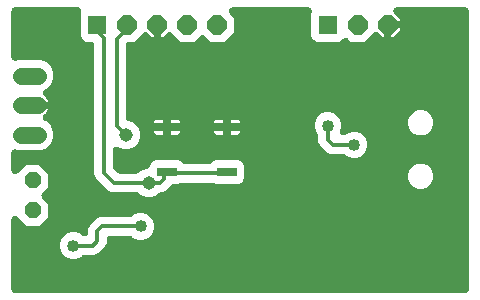
<source format=gbr>
G04 EAGLE Gerber RS-274X export*
G75*
%MOMM*%
%FSLAX34Y34*%
%LPD*%
%INBottom Copper*%
%IPPOS*%
%AMOC8*
5,1,8,0,0,1.08239X$1,22.5*%
G01*
%ADD10C,1.422400*%
%ADD11R,1.625600X1.625600*%
%ADD12P,1.759533X8X112.500000*%
%ADD13R,1.651000X0.762000*%
%ADD14P,1.539592X8X292.500000*%
%ADD15C,1.016000*%
%ADD16C,0.355600*%
%ADD17C,1.143000*%

G36*
X591896Y171253D02*
X591896Y171253D01*
X591972Y171251D01*
X592141Y171273D01*
X592312Y171287D01*
X592386Y171305D01*
X592461Y171315D01*
X592625Y171364D01*
X592791Y171405D01*
X592860Y171435D01*
X592934Y171457D01*
X593087Y171533D01*
X593244Y171600D01*
X593308Y171641D01*
X593377Y171674D01*
X593516Y171773D01*
X593660Y171865D01*
X593717Y171916D01*
X593779Y171960D01*
X593900Y172080D01*
X594028Y172194D01*
X594076Y172253D01*
X594130Y172307D01*
X594231Y172445D01*
X594338Y172578D01*
X594375Y172644D01*
X594420Y172705D01*
X594497Y172858D01*
X594582Y173006D01*
X594608Y173078D01*
X594643Y173146D01*
X594694Y173309D01*
X594753Y173469D01*
X594768Y173544D01*
X594791Y173616D01*
X594803Y173721D01*
X594848Y173953D01*
X594855Y174189D01*
X594867Y174294D01*
X594867Y409906D01*
X594861Y409982D01*
X594863Y410058D01*
X594841Y410227D01*
X594827Y410398D01*
X594809Y410472D01*
X594799Y410547D01*
X594750Y410711D01*
X594709Y410877D01*
X594679Y410946D01*
X594657Y411020D01*
X594581Y411173D01*
X594514Y411330D01*
X594473Y411394D01*
X594440Y411463D01*
X594341Y411602D01*
X594249Y411746D01*
X594198Y411803D01*
X594154Y411865D01*
X594034Y411986D01*
X593920Y412114D01*
X593861Y412162D01*
X593807Y412216D01*
X593669Y412317D01*
X593536Y412424D01*
X593470Y412461D01*
X593409Y412506D01*
X593256Y412583D01*
X593108Y412668D01*
X593036Y412694D01*
X592968Y412729D01*
X592805Y412780D01*
X592645Y412839D01*
X592570Y412854D01*
X592498Y412877D01*
X592393Y412889D01*
X592161Y412934D01*
X591925Y412941D01*
X591820Y412953D01*
X534051Y412953D01*
X534013Y412950D01*
X533975Y412952D01*
X533767Y412930D01*
X533560Y412913D01*
X533523Y412904D01*
X533485Y412900D01*
X533283Y412845D01*
X533081Y412795D01*
X533046Y412780D01*
X533009Y412769D01*
X532819Y412682D01*
X532627Y412600D01*
X532595Y412580D01*
X532561Y412564D01*
X532387Y412447D01*
X532211Y412335D01*
X532183Y412310D01*
X532151Y412288D01*
X531999Y412145D01*
X531843Y412006D01*
X531819Y411977D01*
X531792Y411951D01*
X531664Y411785D01*
X531533Y411622D01*
X531515Y411589D01*
X531491Y411559D01*
X531393Y411375D01*
X531289Y411194D01*
X531276Y411158D01*
X531258Y411124D01*
X531190Y410927D01*
X531118Y410731D01*
X531111Y410694D01*
X531098Y410658D01*
X531063Y410451D01*
X531023Y410247D01*
X531022Y410209D01*
X531016Y410171D01*
X531014Y409962D01*
X531008Y409754D01*
X531013Y409716D01*
X531013Y409678D01*
X531045Y409471D01*
X531072Y409265D01*
X531083Y409228D01*
X531089Y409191D01*
X531154Y408992D01*
X531215Y408793D01*
X531232Y408758D01*
X531243Y408722D01*
X531340Y408537D01*
X531432Y408349D01*
X531454Y408318D01*
X531471Y408284D01*
X531529Y408212D01*
X531717Y407947D01*
X531838Y407825D01*
X531897Y407751D01*
X536957Y402691D01*
X536957Y401319D01*
X526288Y401319D01*
X526212Y401313D01*
X526136Y401316D01*
X525967Y401293D01*
X525797Y401279D01*
X525723Y401261D01*
X525647Y401251D01*
X525483Y401202D01*
X525318Y401161D01*
X525248Y401131D01*
X525175Y401109D01*
X525021Y401034D01*
X524864Y400966D01*
X524800Y400925D01*
X524732Y400892D01*
X524592Y400793D01*
X524448Y400701D01*
X524392Y400650D01*
X524329Y400606D01*
X524208Y400486D01*
X524080Y400372D01*
X524032Y400313D01*
X523978Y400259D01*
X523877Y400121D01*
X523770Y399988D01*
X523732Y399922D01*
X523687Y399860D01*
X523611Y399708D01*
X523526Y399559D01*
X523499Y399488D01*
X523465Y399420D01*
X523414Y399257D01*
X523354Y399097D01*
X523340Y399022D01*
X523317Y398949D01*
X523305Y398845D01*
X523260Y398613D01*
X523252Y398377D01*
X523241Y398272D01*
X523241Y387603D01*
X521869Y387603D01*
X518257Y391215D01*
X518199Y391264D01*
X518147Y391320D01*
X518012Y391424D01*
X517881Y391534D01*
X517816Y391574D01*
X517756Y391620D01*
X517605Y391701D01*
X517459Y391789D01*
X517388Y391817D01*
X517321Y391853D01*
X517159Y391909D01*
X517001Y391972D01*
X516926Y391989D01*
X516854Y392013D01*
X516686Y392042D01*
X516519Y392079D01*
X516443Y392083D01*
X516368Y392096D01*
X516197Y392097D01*
X516026Y392107D01*
X515951Y392098D01*
X515874Y392099D01*
X515705Y392072D01*
X515536Y392054D01*
X515463Y392034D01*
X515387Y392022D01*
X515225Y391969D01*
X515060Y391924D01*
X514991Y391892D01*
X514919Y391868D01*
X514767Y391789D01*
X514612Y391718D01*
X514548Y391675D01*
X514481Y391640D01*
X514399Y391575D01*
X514202Y391443D01*
X514030Y391281D01*
X513948Y391215D01*
X506780Y384047D01*
X494996Y384047D01*
X492723Y386320D01*
X492665Y386369D01*
X492613Y386425D01*
X492478Y386528D01*
X492347Y386639D01*
X492282Y386679D01*
X492222Y386725D01*
X492071Y386806D01*
X491925Y386894D01*
X491854Y386922D01*
X491787Y386958D01*
X491625Y387014D01*
X491467Y387077D01*
X491392Y387093D01*
X491320Y387118D01*
X491152Y387147D01*
X490985Y387184D01*
X490909Y387188D01*
X490834Y387201D01*
X490663Y387202D01*
X490493Y387211D01*
X490417Y387203D01*
X490341Y387204D01*
X490172Y387177D01*
X490002Y387159D01*
X489929Y387139D01*
X489853Y387127D01*
X489691Y387074D01*
X489526Y387029D01*
X489457Y386997D01*
X489385Y386973D01*
X489233Y386894D01*
X489078Y386823D01*
X489015Y386780D01*
X488947Y386745D01*
X488865Y386679D01*
X488669Y386547D01*
X488496Y386386D01*
X488414Y386320D01*
X487069Y384975D01*
X484829Y384047D01*
X466147Y384047D01*
X463906Y384975D01*
X462191Y386690D01*
X461263Y388931D01*
X461263Y407613D01*
X461730Y408740D01*
X461786Y408912D01*
X461848Y409081D01*
X461861Y409146D01*
X461881Y409209D01*
X461908Y409388D01*
X461943Y409565D01*
X461945Y409631D01*
X461955Y409697D01*
X461953Y409878D01*
X461958Y410058D01*
X461950Y410124D01*
X461949Y410191D01*
X461917Y410368D01*
X461894Y410547D01*
X461875Y410611D01*
X461863Y410676D01*
X461804Y410847D01*
X461751Y411020D01*
X461722Y411079D01*
X461700Y411142D01*
X461614Y411300D01*
X461535Y411463D01*
X461496Y411517D01*
X461464Y411575D01*
X461353Y411718D01*
X461249Y411865D01*
X461202Y411912D01*
X461162Y411965D01*
X461029Y412088D01*
X460902Y412216D01*
X460849Y412255D01*
X460800Y412300D01*
X460649Y412400D01*
X460504Y412506D01*
X460444Y412536D01*
X460389Y412573D01*
X460224Y412647D01*
X460063Y412729D01*
X460000Y412749D01*
X459939Y412776D01*
X459765Y412823D01*
X459593Y412877D01*
X459540Y412883D01*
X459463Y412904D01*
X458972Y412953D01*
X458938Y412951D01*
X458915Y412953D01*
X394808Y412953D01*
X394770Y412950D01*
X394732Y412952D01*
X394524Y412930D01*
X394317Y412913D01*
X394279Y412904D01*
X394242Y412900D01*
X394040Y412845D01*
X393838Y412795D01*
X393803Y412780D01*
X393766Y412769D01*
X393576Y412682D01*
X393384Y412600D01*
X393352Y412580D01*
X393317Y412564D01*
X393144Y412447D01*
X392968Y412335D01*
X392940Y412310D01*
X392908Y412288D01*
X392756Y412145D01*
X392600Y412006D01*
X392576Y411977D01*
X392549Y411951D01*
X392421Y411784D01*
X392290Y411622D01*
X392272Y411590D01*
X392248Y411559D01*
X392149Y411375D01*
X392046Y411194D01*
X392033Y411158D01*
X392015Y411124D01*
X391947Y410927D01*
X391875Y410731D01*
X391868Y410694D01*
X391855Y410658D01*
X391820Y410451D01*
X391780Y410247D01*
X391779Y410209D01*
X391773Y410171D01*
X391771Y409962D01*
X391765Y409754D01*
X391770Y409716D01*
X391770Y409678D01*
X391802Y409471D01*
X391829Y409265D01*
X391840Y409228D01*
X391846Y409191D01*
X391911Y408992D01*
X391972Y408793D01*
X391988Y408758D01*
X392000Y408722D01*
X392097Y408537D01*
X392189Y408349D01*
X392211Y408318D01*
X392228Y408284D01*
X392286Y408212D01*
X392474Y407947D01*
X392595Y407825D01*
X392654Y407751D01*
X396241Y404164D01*
X396241Y392380D01*
X387908Y384047D01*
X376124Y384047D01*
X371471Y388700D01*
X371413Y388750D01*
X371360Y388805D01*
X371225Y388909D01*
X371095Y389020D01*
X371029Y389059D01*
X370969Y389106D01*
X370819Y389186D01*
X370672Y389275D01*
X370601Y389303D01*
X370534Y389339D01*
X370373Y389394D01*
X370214Y389458D01*
X370140Y389474D01*
X370068Y389499D01*
X369899Y389527D01*
X369732Y389564D01*
X369656Y389569D01*
X369581Y389581D01*
X369410Y389582D01*
X369240Y389592D01*
X369164Y389584D01*
X369088Y389584D01*
X368919Y389558D01*
X368749Y389540D01*
X368676Y389520D01*
X368601Y389508D01*
X368438Y389454D01*
X368274Y389409D01*
X368204Y389377D01*
X368132Y389354D01*
X367981Y389275D01*
X367825Y389203D01*
X367762Y389161D01*
X367694Y389126D01*
X367612Y389060D01*
X367416Y388928D01*
X367244Y388766D01*
X367161Y388700D01*
X362508Y384047D01*
X350724Y384047D01*
X343556Y391215D01*
X343498Y391264D01*
X343446Y391320D01*
X343310Y391424D01*
X343180Y391534D01*
X343115Y391574D01*
X343055Y391620D01*
X342904Y391701D01*
X342758Y391789D01*
X342687Y391817D01*
X342620Y391853D01*
X342458Y391909D01*
X342300Y391972D01*
X342225Y391989D01*
X342153Y392013D01*
X341985Y392042D01*
X341818Y392079D01*
X341742Y392083D01*
X341667Y392096D01*
X341496Y392097D01*
X341325Y392107D01*
X341250Y392098D01*
X341173Y392099D01*
X341004Y392072D01*
X340835Y392054D01*
X340762Y392034D01*
X340686Y392022D01*
X340524Y391969D01*
X340359Y391924D01*
X340290Y391892D01*
X340218Y391868D01*
X340066Y391789D01*
X339911Y391718D01*
X339848Y391675D01*
X339780Y391640D01*
X339698Y391575D01*
X339501Y391443D01*
X339329Y391281D01*
X339247Y391215D01*
X335635Y387603D01*
X334263Y387603D01*
X334263Y398272D01*
X334257Y398348D01*
X334260Y398424D01*
X334237Y398593D01*
X334223Y398763D01*
X334205Y398837D01*
X334195Y398913D01*
X334146Y399077D01*
X334105Y399242D01*
X334075Y399312D01*
X334053Y399385D01*
X333978Y399539D01*
X333910Y399696D01*
X333869Y399760D01*
X333836Y399828D01*
X333737Y399968D01*
X333645Y400112D01*
X333594Y400168D01*
X333550Y400231D01*
X333430Y400352D01*
X333316Y400480D01*
X333257Y400527D01*
X333204Y400582D01*
X333065Y400682D01*
X332933Y400789D01*
X332866Y400827D01*
X332805Y400872D01*
X332652Y400949D01*
X332504Y401033D01*
X332432Y401060D01*
X332364Y401094D01*
X332202Y401146D01*
X332041Y401205D01*
X331967Y401220D01*
X331894Y401243D01*
X331789Y401254D01*
X331557Y401300D01*
X331321Y401307D01*
X331216Y401319D01*
X331140Y401313D01*
X331064Y401315D01*
X330894Y401293D01*
X330724Y401279D01*
X330650Y401261D01*
X330575Y401251D01*
X330411Y401201D01*
X330245Y401160D01*
X330175Y401130D01*
X330102Y401108D01*
X329949Y401033D01*
X329792Y400966D01*
X329728Y400925D01*
X329659Y400891D01*
X329520Y400792D01*
X329376Y400701D01*
X329319Y400650D01*
X329257Y400606D01*
X329135Y400486D01*
X329008Y400372D01*
X328960Y400313D01*
X328906Y400259D01*
X328805Y400121D01*
X328698Y399988D01*
X328660Y399922D01*
X328615Y399860D01*
X328539Y399708D01*
X328454Y399559D01*
X328427Y399488D01*
X328393Y399420D01*
X328342Y399257D01*
X328282Y399097D01*
X328268Y399022D01*
X328245Y398949D01*
X328233Y398845D01*
X328188Y398613D01*
X328180Y398377D01*
X328169Y398272D01*
X328169Y387603D01*
X326797Y387603D01*
X323185Y391215D01*
X323127Y391264D01*
X323075Y391320D01*
X322940Y391424D01*
X322809Y391534D01*
X322744Y391574D01*
X322684Y391620D01*
X322533Y391701D01*
X322387Y391789D01*
X322316Y391817D01*
X322249Y391853D01*
X322087Y391909D01*
X321929Y391972D01*
X321854Y391989D01*
X321782Y392013D01*
X321614Y392042D01*
X321447Y392079D01*
X321371Y392083D01*
X321296Y392096D01*
X321125Y392097D01*
X320954Y392107D01*
X320879Y392098D01*
X320802Y392099D01*
X320633Y392072D01*
X320464Y392054D01*
X320391Y392034D01*
X320315Y392022D01*
X320153Y391969D01*
X319988Y391924D01*
X319919Y391892D01*
X319847Y391868D01*
X319695Y391789D01*
X319540Y391718D01*
X319476Y391675D01*
X319409Y391640D01*
X319327Y391575D01*
X319130Y391443D01*
X318958Y391281D01*
X318876Y391215D01*
X311708Y384047D01*
X307594Y384047D01*
X307518Y384041D01*
X307442Y384043D01*
X307273Y384021D01*
X307102Y384007D01*
X307028Y383989D01*
X306953Y383979D01*
X306789Y383930D01*
X306623Y383889D01*
X306554Y383859D01*
X306480Y383837D01*
X306327Y383761D01*
X306170Y383694D01*
X306106Y383653D01*
X306037Y383620D01*
X305898Y383521D01*
X305754Y383429D01*
X305697Y383378D01*
X305635Y383334D01*
X305514Y383214D01*
X305386Y383100D01*
X305338Y383041D01*
X305284Y382987D01*
X305183Y382849D01*
X305076Y382716D01*
X305039Y382650D01*
X304994Y382589D01*
X304917Y382436D01*
X304832Y382288D01*
X304806Y382216D01*
X304771Y382148D01*
X304720Y381985D01*
X304661Y381825D01*
X304646Y381750D01*
X304623Y381678D01*
X304611Y381573D01*
X304566Y381341D01*
X304559Y381105D01*
X304547Y381000D01*
X304547Y319659D01*
X304553Y319583D01*
X304551Y319507D01*
X304573Y319338D01*
X304587Y319167D01*
X304605Y319093D01*
X304615Y319018D01*
X304664Y318854D01*
X304705Y318688D01*
X304735Y318619D01*
X304757Y318545D01*
X304833Y318392D01*
X304900Y318235D01*
X304941Y318171D01*
X304974Y318102D01*
X305073Y317963D01*
X305165Y317819D01*
X305216Y317762D01*
X305260Y317700D01*
X305380Y317579D01*
X305494Y317451D01*
X305553Y317403D01*
X305607Y317349D01*
X305745Y317248D01*
X305878Y317141D01*
X305944Y317104D01*
X306005Y317059D01*
X306158Y316982D01*
X306306Y316897D01*
X306378Y316871D01*
X306446Y316836D01*
X306609Y316785D01*
X306769Y316726D01*
X306844Y316711D01*
X306916Y316688D01*
X306984Y316680D01*
X311491Y314814D01*
X314814Y311491D01*
X316612Y307150D01*
X316612Y302450D01*
X314814Y298109D01*
X311491Y294786D01*
X307150Y292988D01*
X302451Y292988D01*
X297838Y294899D01*
X297666Y294954D01*
X297497Y295017D01*
X297432Y295030D01*
X297369Y295050D01*
X297190Y295077D01*
X297013Y295112D01*
X296947Y295114D01*
X296881Y295124D01*
X296700Y295121D01*
X296520Y295127D01*
X296454Y295118D01*
X296387Y295117D01*
X296210Y295086D01*
X296031Y295063D01*
X295967Y295043D01*
X295902Y295032D01*
X295732Y294972D01*
X295558Y294920D01*
X295499Y294891D01*
X295436Y294869D01*
X295278Y294783D01*
X295115Y294703D01*
X295061Y294665D01*
X295003Y294633D01*
X294860Y294522D01*
X294713Y294418D01*
X294666Y294371D01*
X294613Y294330D01*
X294490Y294198D01*
X294362Y294071D01*
X294323Y294017D01*
X294278Y293968D01*
X294178Y293818D01*
X294072Y293672D01*
X294042Y293613D01*
X294005Y293557D01*
X293931Y293393D01*
X293849Y293232D01*
X293829Y293168D01*
X293802Y293108D01*
X293755Y292934D01*
X293701Y292761D01*
X293695Y292709D01*
X293674Y292631D01*
X293625Y292140D01*
X293627Y292107D01*
X293625Y292084D01*
X293625Y277574D01*
X293634Y277460D01*
X293633Y277346D01*
X293654Y277215D01*
X293665Y277082D01*
X293692Y276972D01*
X293710Y276859D01*
X293751Y276732D01*
X293783Y276604D01*
X293828Y276499D01*
X293864Y276390D01*
X293926Y276272D01*
X293978Y276150D01*
X294039Y276054D01*
X294092Y275953D01*
X294151Y275879D01*
X294243Y275734D01*
X294459Y275492D01*
X294517Y275419D01*
X296755Y273181D01*
X296842Y273107D01*
X296923Y273026D01*
X297030Y272948D01*
X297131Y272862D01*
X297229Y272803D01*
X297321Y272736D01*
X297440Y272676D01*
X297554Y272607D01*
X297660Y272565D01*
X297762Y272513D01*
X297889Y272473D01*
X298012Y272424D01*
X298123Y272399D01*
X298232Y272365D01*
X298326Y272355D01*
X298494Y272317D01*
X298818Y272299D01*
X298910Y272289D01*
X313758Y272289D01*
X313872Y272298D01*
X313986Y272297D01*
X314118Y272318D01*
X314250Y272329D01*
X314361Y272356D01*
X314474Y272374D01*
X314600Y272415D01*
X314729Y272447D01*
X314834Y272492D01*
X314942Y272528D01*
X315060Y272590D01*
X315182Y272642D01*
X315278Y272703D01*
X315380Y272756D01*
X315453Y272815D01*
X315598Y272907D01*
X315840Y273123D01*
X315913Y273181D01*
X317159Y274428D01*
X321500Y276226D01*
X321981Y276226D01*
X322199Y276243D01*
X322416Y276257D01*
X322444Y276263D01*
X322472Y276266D01*
X322685Y276318D01*
X322897Y276367D01*
X322924Y276378D01*
X322951Y276384D01*
X323152Y276471D01*
X323354Y276553D01*
X323378Y276568D01*
X323405Y276579D01*
X323589Y276696D01*
X323775Y276810D01*
X323797Y276829D01*
X323821Y276844D01*
X323983Y276989D01*
X324149Y277132D01*
X324167Y277154D01*
X324189Y277173D01*
X324325Y277342D01*
X324466Y277510D01*
X324478Y277531D01*
X324499Y277557D01*
X324743Y277985D01*
X324771Y278061D01*
X324796Y278107D01*
X325920Y280822D01*
X327635Y282537D01*
X329876Y283465D01*
X348812Y283465D01*
X351053Y282537D01*
X352280Y281309D01*
X352367Y281235D01*
X352447Y281154D01*
X352554Y281076D01*
X352656Y280990D01*
X352754Y280931D01*
X352846Y280864D01*
X352964Y280804D01*
X353078Y280735D01*
X353185Y280693D01*
X353286Y280641D01*
X353413Y280601D01*
X353536Y280552D01*
X353648Y280527D01*
X353757Y280493D01*
X353850Y280483D01*
X354018Y280445D01*
X354342Y280427D01*
X354435Y280417D01*
X375053Y280417D01*
X375167Y280426D01*
X375281Y280425D01*
X375413Y280446D01*
X375545Y280457D01*
X375656Y280484D01*
X375769Y280502D01*
X375895Y280543D01*
X376024Y280575D01*
X376129Y280620D01*
X376237Y280656D01*
X376355Y280718D01*
X376477Y280770D01*
X376574Y280831D01*
X376675Y280884D01*
X376749Y280943D01*
X376893Y281035D01*
X377136Y281251D01*
X377208Y281309D01*
X378435Y282537D01*
X380676Y283465D01*
X399612Y283465D01*
X401853Y282537D01*
X403568Y280822D01*
X404496Y278581D01*
X404496Y268535D01*
X403568Y266294D01*
X401853Y264579D01*
X399612Y263651D01*
X380676Y263651D01*
X378783Y264435D01*
X378774Y264438D01*
X378766Y264443D01*
X378538Y264515D01*
X378314Y264587D01*
X378304Y264588D01*
X378295Y264591D01*
X378255Y264595D01*
X377826Y264660D01*
X377695Y264658D01*
X377617Y264667D01*
X351871Y264667D01*
X351861Y264666D01*
X351851Y264667D01*
X351616Y264647D01*
X351379Y264627D01*
X351370Y264625D01*
X351360Y264624D01*
X351322Y264613D01*
X350900Y264509D01*
X350780Y264457D01*
X350705Y264435D01*
X348812Y263651D01*
X345138Y263651D01*
X345024Y263642D01*
X344910Y263643D01*
X344779Y263622D01*
X344646Y263611D01*
X344536Y263584D01*
X344423Y263566D01*
X344296Y263525D01*
X344168Y263493D01*
X344063Y263448D01*
X343954Y263412D01*
X343836Y263350D01*
X343714Y263298D01*
X343618Y263237D01*
X343517Y263184D01*
X343443Y263125D01*
X343298Y263033D01*
X343056Y262817D01*
X342983Y262759D01*
X337709Y257484D01*
X334814Y256285D01*
X333688Y256285D01*
X333574Y256276D01*
X333460Y256277D01*
X333328Y256256D01*
X333196Y256245D01*
X333085Y256218D01*
X332972Y256200D01*
X332846Y256159D01*
X332717Y256127D01*
X332612Y256082D01*
X332504Y256046D01*
X332386Y255984D01*
X332264Y255932D01*
X332168Y255871D01*
X332066Y255818D01*
X331993Y255759D01*
X331848Y255667D01*
X331606Y255451D01*
X331533Y255393D01*
X330541Y254400D01*
X326200Y252602D01*
X321500Y252602D01*
X317159Y254400D01*
X315913Y255647D01*
X315826Y255721D01*
X315746Y255802D01*
X315638Y255880D01*
X315537Y255966D01*
X315439Y256025D01*
X315347Y256092D01*
X315228Y256152D01*
X315114Y256221D01*
X315008Y256263D01*
X314906Y256315D01*
X314780Y256355D01*
X314656Y256404D01*
X314545Y256429D01*
X314436Y256463D01*
X314342Y256473D01*
X314175Y256511D01*
X313850Y256529D01*
X313758Y256539D01*
X292820Y256539D01*
X289925Y257738D01*
X279074Y268589D01*
X277875Y271484D01*
X277875Y381000D01*
X277869Y381076D01*
X277871Y381152D01*
X277849Y381321D01*
X277835Y381492D01*
X277817Y381566D01*
X277807Y381641D01*
X277758Y381805D01*
X277717Y381971D01*
X277687Y382040D01*
X277665Y382114D01*
X277589Y382267D01*
X277522Y382424D01*
X277481Y382488D01*
X277448Y382557D01*
X277349Y382696D01*
X277257Y382840D01*
X277206Y382897D01*
X277162Y382959D01*
X277042Y383080D01*
X276928Y383208D01*
X276869Y383256D01*
X276815Y383310D01*
X276677Y383411D01*
X276544Y383518D01*
X276478Y383555D01*
X276417Y383600D01*
X276264Y383677D01*
X276116Y383762D01*
X276044Y383788D01*
X275976Y383823D01*
X275813Y383874D01*
X275653Y383933D01*
X275578Y383948D01*
X275506Y383971D01*
X275401Y383983D01*
X275169Y384028D01*
X274933Y384035D01*
X274828Y384047D01*
X271075Y384047D01*
X268834Y384975D01*
X267119Y386690D01*
X266191Y388931D01*
X266191Y407613D01*
X266658Y408740D01*
X266714Y408912D01*
X266776Y409081D01*
X266789Y409146D01*
X266809Y409209D01*
X266836Y409388D01*
X266871Y409565D01*
X266873Y409631D01*
X266883Y409697D01*
X266881Y409878D01*
X266886Y410058D01*
X266878Y410124D01*
X266877Y410191D01*
X266845Y410368D01*
X266822Y410547D01*
X266803Y410611D01*
X266791Y410676D01*
X266732Y410847D01*
X266679Y411020D01*
X266650Y411079D01*
X266628Y411142D01*
X266542Y411300D01*
X266463Y411463D01*
X266424Y411517D01*
X266392Y411575D01*
X266281Y411718D01*
X266177Y411865D01*
X266130Y411912D01*
X266090Y411965D01*
X265957Y412088D01*
X265830Y412216D01*
X265777Y412255D01*
X265728Y412300D01*
X265577Y412400D01*
X265432Y412506D01*
X265372Y412536D01*
X265317Y412573D01*
X265152Y412647D01*
X264991Y412729D01*
X264928Y412749D01*
X264867Y412776D01*
X264693Y412823D01*
X264521Y412877D01*
X264468Y412883D01*
X264391Y412904D01*
X263900Y412953D01*
X263866Y412951D01*
X263843Y412953D01*
X210692Y412953D01*
X210616Y412947D01*
X210540Y412949D01*
X210371Y412927D01*
X210200Y412913D01*
X210126Y412895D01*
X210051Y412885D01*
X209887Y412836D01*
X209721Y412795D01*
X209652Y412765D01*
X209578Y412743D01*
X209425Y412667D01*
X209268Y412600D01*
X209204Y412559D01*
X209135Y412526D01*
X208996Y412427D01*
X208852Y412335D01*
X208795Y412284D01*
X208733Y412240D01*
X208612Y412120D01*
X208484Y412006D01*
X208436Y411947D01*
X208382Y411893D01*
X208281Y411755D01*
X208174Y411622D01*
X208137Y411556D01*
X208092Y411495D01*
X208015Y411342D01*
X207930Y411194D01*
X207904Y411122D01*
X207869Y411054D01*
X207818Y410891D01*
X207759Y410731D01*
X207744Y410656D01*
X207721Y410584D01*
X207709Y410479D01*
X207664Y410247D01*
X207657Y410011D01*
X207645Y409906D01*
X207645Y370760D01*
X207659Y370580D01*
X207666Y370400D01*
X207679Y370335D01*
X207685Y370269D01*
X207728Y370093D01*
X207764Y369917D01*
X207787Y369854D01*
X207803Y369790D01*
X207875Y369624D01*
X207938Y369455D01*
X207972Y369397D01*
X207998Y369336D01*
X208095Y369184D01*
X208185Y369028D01*
X208227Y368976D01*
X208263Y368920D01*
X208383Y368786D01*
X208498Y368646D01*
X208547Y368602D01*
X208592Y368552D01*
X208732Y368439D01*
X208867Y368320D01*
X208924Y368284D01*
X208976Y368242D01*
X209132Y368153D01*
X209285Y368057D01*
X209346Y368031D01*
X209404Y367998D01*
X209574Y367936D01*
X209740Y367866D01*
X209804Y367850D01*
X209867Y367827D01*
X210044Y367792D01*
X210219Y367750D01*
X210286Y367745D01*
X210351Y367732D01*
X210531Y367727D01*
X210711Y367713D01*
X210778Y367719D01*
X210844Y367717D01*
X211023Y367740D01*
X211203Y367756D01*
X211253Y367771D01*
X211333Y367781D01*
X211805Y367924D01*
X211836Y367939D01*
X211858Y367945D01*
X213007Y368421D01*
X232485Y368421D01*
X237340Y366410D01*
X241056Y362694D01*
X243067Y357839D01*
X243067Y352585D01*
X241056Y347730D01*
X237340Y344014D01*
X235962Y343443D01*
X235808Y343364D01*
X235651Y343293D01*
X235589Y343252D01*
X235523Y343218D01*
X235384Y343116D01*
X235240Y343020D01*
X235186Y342969D01*
X235126Y342925D01*
X235006Y342802D01*
X234879Y342684D01*
X234833Y342625D01*
X234782Y342572D01*
X234682Y342431D01*
X234576Y342294D01*
X234541Y342229D01*
X234499Y342168D01*
X234424Y342012D01*
X234341Y341860D01*
X234317Y341790D01*
X234285Y341724D01*
X234236Y341558D01*
X234179Y341394D01*
X234166Y341321D01*
X234145Y341250D01*
X234124Y341079D01*
X234094Y340908D01*
X234093Y340834D01*
X234084Y340761D01*
X234090Y340588D01*
X234088Y340415D01*
X234099Y340342D01*
X234102Y340268D01*
X234136Y340099D01*
X234162Y339927D01*
X234185Y339857D01*
X234200Y339784D01*
X234261Y339623D01*
X234314Y339458D01*
X234348Y339392D01*
X234374Y339323D01*
X234461Y339173D01*
X234540Y339019D01*
X234584Y338960D01*
X234621Y338896D01*
X234731Y338762D01*
X234834Y338623D01*
X234876Y338584D01*
X234934Y338514D01*
X235303Y338187D01*
X235324Y338174D01*
X235337Y338163D01*
X236146Y337575D01*
X237221Y336500D01*
X238114Y335271D01*
X238804Y333917D01*
X239017Y333259D01*
X222746Y333259D01*
X222670Y333253D01*
X222594Y333256D01*
X222425Y333233D01*
X222255Y333219D01*
X222181Y333201D01*
X222105Y333191D01*
X221941Y333142D01*
X221776Y333101D01*
X221706Y333071D01*
X221633Y333049D01*
X221479Y332974D01*
X221322Y332906D01*
X221258Y332865D01*
X221190Y332832D01*
X221050Y332733D01*
X220906Y332641D01*
X220850Y332590D01*
X220787Y332546D01*
X220666Y332426D01*
X220538Y332312D01*
X220491Y332253D01*
X220436Y332200D01*
X220336Y332061D01*
X220229Y331929D01*
X220191Y331862D01*
X220146Y331801D01*
X220069Y331648D01*
X219985Y331500D01*
X219958Y331428D01*
X219924Y331360D01*
X219872Y331198D01*
X219813Y331037D01*
X219798Y330963D01*
X219775Y330890D01*
X219764Y330785D01*
X219718Y330553D01*
X219711Y330317D01*
X219699Y330212D01*
X219705Y330136D01*
X219703Y330060D01*
X219725Y329890D01*
X219739Y329720D01*
X219757Y329646D01*
X219767Y329571D01*
X219817Y329407D01*
X219858Y329241D01*
X219888Y329171D01*
X219910Y329098D01*
X219985Y328945D01*
X220052Y328788D01*
X220093Y328724D01*
X220127Y328655D01*
X220226Y328516D01*
X220317Y328372D01*
X220368Y328315D01*
X220412Y328253D01*
X220532Y328131D01*
X220646Y328004D01*
X220705Y327956D01*
X220759Y327902D01*
X220897Y327801D01*
X221030Y327694D01*
X221096Y327656D01*
X221158Y327611D01*
X221310Y327535D01*
X221459Y327450D01*
X221530Y327423D01*
X221598Y327389D01*
X221761Y327338D01*
X221921Y327278D01*
X221996Y327264D01*
X222069Y327241D01*
X222173Y327229D01*
X222405Y327184D01*
X222641Y327176D01*
X222746Y327165D01*
X239017Y327165D01*
X238804Y326507D01*
X238114Y325153D01*
X237221Y323924D01*
X236146Y322849D01*
X235337Y322261D01*
X235206Y322149D01*
X235069Y322043D01*
X235019Y321988D01*
X234963Y321940D01*
X234851Y321808D01*
X234734Y321681D01*
X234693Y321619D01*
X234645Y321562D01*
X234557Y321414D01*
X234461Y321270D01*
X234430Y321202D01*
X234393Y321139D01*
X234329Y320978D01*
X234258Y320820D01*
X234239Y320748D01*
X234212Y320680D01*
X234175Y320511D01*
X234130Y320344D01*
X234123Y320270D01*
X234107Y320197D01*
X234099Y320025D01*
X234081Y319853D01*
X234086Y319779D01*
X234082Y319705D01*
X234101Y319533D01*
X234112Y319360D01*
X234129Y319288D01*
X234137Y319214D01*
X234183Y319048D01*
X234222Y318879D01*
X234250Y318811D01*
X234270Y318739D01*
X234343Y318583D01*
X234408Y318422D01*
X234447Y318359D01*
X234478Y318292D01*
X234575Y318149D01*
X234665Y318002D01*
X234714Y317945D01*
X234755Y317884D01*
X234874Y317759D01*
X234987Y317628D01*
X235044Y317580D01*
X235095Y317526D01*
X235233Y317422D01*
X235365Y317311D01*
X235416Y317282D01*
X235488Y317228D01*
X235924Y316997D01*
X235947Y316989D01*
X235962Y316981D01*
X237340Y316410D01*
X241056Y312694D01*
X243067Y307839D01*
X243067Y302585D01*
X241056Y297730D01*
X237340Y294014D01*
X232485Y292003D01*
X213007Y292003D01*
X211858Y292479D01*
X211687Y292534D01*
X211517Y292597D01*
X211452Y292610D01*
X211389Y292630D01*
X211210Y292657D01*
X211033Y292692D01*
X210967Y292694D01*
X210901Y292704D01*
X210720Y292702D01*
X210540Y292707D01*
X210474Y292698D01*
X210407Y292698D01*
X210230Y292666D01*
X210051Y292643D01*
X209987Y292623D01*
X209922Y292612D01*
X209751Y292552D01*
X209578Y292500D01*
X209519Y292471D01*
X209456Y292449D01*
X209298Y292363D01*
X209135Y292283D01*
X209081Y292245D01*
X209023Y292213D01*
X208880Y292102D01*
X208733Y291998D01*
X208686Y291951D01*
X208633Y291910D01*
X208510Y291778D01*
X208382Y291651D01*
X208343Y291597D01*
X208298Y291549D01*
X208198Y291398D01*
X208092Y291252D01*
X208062Y291193D01*
X208025Y291138D01*
X207951Y290973D01*
X207869Y290812D01*
X207849Y290748D01*
X207822Y290688D01*
X207775Y290514D01*
X207721Y290341D01*
X207715Y290289D01*
X207694Y290211D01*
X207645Y289720D01*
X207647Y289687D01*
X207645Y289664D01*
X207645Y274575D01*
X207648Y274537D01*
X207646Y274499D01*
X207668Y274292D01*
X207685Y274084D01*
X207694Y274047D01*
X207698Y274009D01*
X207753Y273808D01*
X207803Y273605D01*
X207818Y273570D01*
X207829Y273533D01*
X207916Y273343D01*
X207998Y273151D01*
X208018Y273119D01*
X208034Y273085D01*
X208151Y272911D01*
X208263Y272735D01*
X208288Y272707D01*
X208310Y272675D01*
X208453Y272523D01*
X208592Y272368D01*
X208621Y272344D01*
X208647Y272316D01*
X208813Y272189D01*
X208976Y272058D01*
X209009Y272039D01*
X209039Y272016D01*
X209223Y271917D01*
X209404Y271814D01*
X209440Y271800D01*
X209474Y271782D01*
X209671Y271715D01*
X209867Y271642D01*
X209904Y271635D01*
X209940Y271622D01*
X210147Y271587D01*
X210351Y271547D01*
X210389Y271546D01*
X210427Y271540D01*
X210636Y271538D01*
X210844Y271532D01*
X210882Y271537D01*
X210920Y271537D01*
X211127Y271569D01*
X211333Y271596D01*
X211370Y271607D01*
X211407Y271613D01*
X211606Y271679D01*
X211805Y271739D01*
X211840Y271756D01*
X211876Y271768D01*
X212061Y271864D01*
X212249Y271956D01*
X212280Y271978D01*
X212314Y271995D01*
X212386Y272053D01*
X212651Y272241D01*
X212773Y272362D01*
X212847Y272421D01*
X220335Y279909D01*
X231277Y279909D01*
X239015Y272171D01*
X239015Y261229D01*
X233941Y256155D01*
X233891Y256097D01*
X233836Y256045D01*
X233732Y255909D01*
X233621Y255779D01*
X233582Y255713D01*
X233536Y255653D01*
X233455Y255503D01*
X233367Y255356D01*
X233338Y255286D01*
X233302Y255218D01*
X233247Y255057D01*
X233184Y254898D01*
X233167Y254824D01*
X233142Y254752D01*
X233114Y254583D01*
X233077Y254417D01*
X233072Y254340D01*
X233060Y254265D01*
X233059Y254094D01*
X233049Y253924D01*
X233057Y253848D01*
X233057Y253772D01*
X233083Y253603D01*
X233101Y253433D01*
X233121Y253360D01*
X233133Y253285D01*
X233187Y253122D01*
X233232Y252958D01*
X233264Y252888D01*
X233288Y252816D01*
X233366Y252665D01*
X233438Y252509D01*
X233480Y252446D01*
X233515Y252378D01*
X233581Y252296D01*
X233713Y252100D01*
X233875Y251927D01*
X233941Y251845D01*
X239015Y246771D01*
X239015Y235829D01*
X231277Y228091D01*
X220335Y228091D01*
X212847Y235579D01*
X212818Y235604D01*
X212792Y235632D01*
X212630Y235763D01*
X212471Y235899D01*
X212438Y235919D01*
X212408Y235942D01*
X212227Y236046D01*
X212048Y236153D01*
X212013Y236168D01*
X211980Y236186D01*
X211784Y236259D01*
X211590Y236336D01*
X211553Y236345D01*
X211517Y236358D01*
X211312Y236398D01*
X211108Y236443D01*
X211070Y236445D01*
X211033Y236453D01*
X210825Y236459D01*
X210616Y236471D01*
X210578Y236467D01*
X210540Y236468D01*
X210333Y236441D01*
X210125Y236419D01*
X210089Y236409D01*
X210051Y236404D01*
X209851Y236343D01*
X209650Y236288D01*
X209615Y236272D01*
X209578Y236261D01*
X209391Y236169D01*
X209201Y236082D01*
X209169Y236061D01*
X209135Y236044D01*
X208966Y235924D01*
X208792Y235807D01*
X208764Y235781D01*
X208733Y235759D01*
X208585Y235612D01*
X208432Y235469D01*
X208409Y235439D01*
X208382Y235412D01*
X208259Y235243D01*
X208132Y235078D01*
X208114Y235044D01*
X208092Y235013D01*
X207998Y234827D01*
X207899Y234643D01*
X207886Y234607D01*
X207869Y234573D01*
X207807Y234374D01*
X207739Y234176D01*
X207733Y234139D01*
X207721Y234102D01*
X207711Y234010D01*
X207656Y233690D01*
X207655Y233518D01*
X207645Y233425D01*
X207645Y174294D01*
X207651Y174218D01*
X207649Y174142D01*
X207671Y173973D01*
X207685Y173802D01*
X207703Y173728D01*
X207713Y173653D01*
X207762Y173489D01*
X207803Y173323D01*
X207833Y173254D01*
X207855Y173180D01*
X207931Y173027D01*
X207998Y172870D01*
X208039Y172806D01*
X208072Y172737D01*
X208171Y172598D01*
X208263Y172454D01*
X208314Y172397D01*
X208358Y172335D01*
X208478Y172214D01*
X208592Y172086D01*
X208651Y172038D01*
X208705Y171984D01*
X208843Y171883D01*
X208976Y171776D01*
X209042Y171739D01*
X209103Y171694D01*
X209256Y171617D01*
X209404Y171532D01*
X209476Y171506D01*
X209544Y171471D01*
X209707Y171420D01*
X209867Y171361D01*
X209942Y171346D01*
X210014Y171323D01*
X210119Y171311D01*
X210351Y171266D01*
X210587Y171259D01*
X210692Y171247D01*
X591820Y171247D01*
X591896Y171253D01*
G37*
%LPC*%
G36*
X257873Y200151D02*
X257873Y200151D01*
X253765Y201853D01*
X250621Y204997D01*
X248919Y209105D01*
X248919Y213551D01*
X250621Y217659D01*
X253765Y220803D01*
X257873Y222505D01*
X262319Y222505D01*
X266427Y220803D01*
X267135Y220095D01*
X267222Y220021D01*
X267302Y219940D01*
X267410Y219862D01*
X267511Y219776D01*
X267609Y219717D01*
X267701Y219650D01*
X267819Y219590D01*
X267934Y219521D01*
X268040Y219479D01*
X268142Y219427D01*
X268268Y219387D01*
X268392Y219338D01*
X268503Y219313D01*
X268612Y219279D01*
X268706Y219269D01*
X268873Y219231D01*
X269198Y219213D01*
X269290Y219203D01*
X269494Y219203D01*
X269570Y219209D01*
X269646Y219207D01*
X269815Y219229D01*
X269986Y219243D01*
X270060Y219261D01*
X270135Y219271D01*
X270299Y219320D01*
X270465Y219361D01*
X270534Y219391D01*
X270608Y219413D01*
X270761Y219489D01*
X270918Y219556D01*
X270982Y219597D01*
X271051Y219630D01*
X271190Y219729D01*
X271334Y219821D01*
X271391Y219872D01*
X271453Y219916D01*
X271574Y220036D01*
X271702Y220150D01*
X271750Y220209D01*
X271804Y220263D01*
X271905Y220401D01*
X272012Y220534D01*
X272049Y220600D01*
X272094Y220661D01*
X272171Y220814D01*
X272256Y220962D01*
X272282Y221034D01*
X272317Y221102D01*
X272368Y221265D01*
X272427Y221425D01*
X272442Y221500D01*
X272465Y221572D01*
X272477Y221677D01*
X272522Y221909D01*
X272529Y222145D01*
X272541Y222250D01*
X272541Y225086D01*
X273740Y227981D01*
X280019Y234260D01*
X282914Y235459D01*
X307798Y235459D01*
X307912Y235468D01*
X308026Y235467D01*
X308158Y235488D01*
X308290Y235499D01*
X308401Y235526D01*
X308514Y235544D01*
X308640Y235585D01*
X308769Y235617D01*
X308874Y235662D01*
X308982Y235698D01*
X309100Y235759D01*
X309222Y235812D01*
X309319Y235873D01*
X309420Y235926D01*
X309493Y235985D01*
X309638Y236077D01*
X309881Y236293D01*
X309953Y236351D01*
X310661Y237059D01*
X314769Y238761D01*
X319215Y238761D01*
X323323Y237059D01*
X326467Y233915D01*
X328169Y229807D01*
X328169Y225361D01*
X326467Y221253D01*
X323323Y218109D01*
X319215Y216407D01*
X314769Y216407D01*
X310661Y218109D01*
X309953Y218817D01*
X309866Y218891D01*
X309786Y218972D01*
X309678Y219050D01*
X309577Y219136D01*
X309479Y219195D01*
X309387Y219262D01*
X309268Y219322D01*
X309155Y219391D01*
X309048Y219433D01*
X308947Y219485D01*
X308820Y219525D01*
X308696Y219574D01*
X308585Y219599D01*
X308476Y219633D01*
X308383Y219643D01*
X308215Y219681D01*
X307890Y219699D01*
X307798Y219709D01*
X291338Y219709D01*
X291262Y219703D01*
X291186Y219705D01*
X291017Y219683D01*
X290846Y219669D01*
X290772Y219651D01*
X290697Y219641D01*
X290533Y219592D01*
X290367Y219551D01*
X290298Y219521D01*
X290224Y219499D01*
X290071Y219423D01*
X289914Y219356D01*
X289850Y219315D01*
X289781Y219282D01*
X289642Y219183D01*
X289498Y219091D01*
X289441Y219040D01*
X289379Y218996D01*
X289258Y218876D01*
X289130Y218762D01*
X289082Y218703D01*
X289028Y218649D01*
X288927Y218511D01*
X288820Y218378D01*
X288783Y218312D01*
X288738Y218251D01*
X288661Y218098D01*
X288576Y217950D01*
X288550Y217878D01*
X288515Y217810D01*
X288464Y217647D01*
X288405Y217487D01*
X288390Y217412D01*
X288367Y217340D01*
X288355Y217235D01*
X288310Y217003D01*
X288303Y216767D01*
X288291Y216662D01*
X288291Y213826D01*
X287092Y210931D01*
X280813Y204652D01*
X277918Y203453D01*
X269290Y203453D01*
X269176Y203444D01*
X269062Y203445D01*
X268930Y203424D01*
X268798Y203413D01*
X268687Y203386D01*
X268574Y203368D01*
X268448Y203327D01*
X268319Y203295D01*
X268214Y203250D01*
X268106Y203214D01*
X267988Y203152D01*
X267866Y203100D01*
X267770Y203039D01*
X267668Y202986D01*
X267595Y202927D01*
X267450Y202835D01*
X267208Y202619D01*
X267135Y202561D01*
X266427Y201853D01*
X262319Y200151D01*
X257873Y200151D01*
G37*
%LPD*%
%LPC*%
G36*
X495617Y285495D02*
X495617Y285495D01*
X491509Y287197D01*
X490801Y287905D01*
X490714Y287979D01*
X490634Y288060D01*
X490526Y288138D01*
X490425Y288224D01*
X490327Y288283D01*
X490235Y288350D01*
X490117Y288410D01*
X490002Y288479D01*
X489896Y288521D01*
X489794Y288573D01*
X489668Y288613D01*
X489544Y288662D01*
X489433Y288687D01*
X489324Y288721D01*
X489230Y288731D01*
X489063Y288769D01*
X488738Y288787D01*
X488646Y288797D01*
X477986Y288797D01*
X475091Y289996D01*
X468812Y296275D01*
X467613Y299170D01*
X467613Y303734D01*
X467604Y303848D01*
X467605Y303962D01*
X467584Y304094D01*
X467573Y304226D01*
X467546Y304337D01*
X467528Y304450D01*
X467487Y304576D01*
X467455Y304705D01*
X467410Y304810D01*
X467374Y304918D01*
X467312Y305036D01*
X467260Y305158D01*
X467199Y305254D01*
X467146Y305356D01*
X467087Y305429D01*
X466995Y305574D01*
X466779Y305816D01*
X466721Y305889D01*
X466013Y306597D01*
X464311Y310705D01*
X464311Y315151D01*
X466013Y319259D01*
X469157Y322403D01*
X473265Y324105D01*
X477711Y324105D01*
X481819Y322403D01*
X484963Y319259D01*
X486665Y315151D01*
X486665Y310705D01*
X485879Y308808D01*
X485835Y308673D01*
X485783Y308540D01*
X485760Y308438D01*
X485728Y308339D01*
X485707Y308198D01*
X485676Y308059D01*
X485670Y307954D01*
X485654Y307851D01*
X485656Y307708D01*
X485648Y307566D01*
X485659Y307462D01*
X485661Y307358D01*
X485685Y307217D01*
X485700Y307075D01*
X485728Y306975D01*
X485746Y306872D01*
X485793Y306737D01*
X485831Y306600D01*
X485875Y306505D01*
X485909Y306406D01*
X485977Y306281D01*
X486037Y306151D01*
X486095Y306065D01*
X486145Y305973D01*
X486232Y305860D01*
X486312Y305742D01*
X486384Y305666D01*
X486448Y305583D01*
X486552Y305486D01*
X486650Y305383D01*
X486733Y305319D01*
X486810Y305248D01*
X486928Y305169D01*
X487041Y305082D01*
X487134Y305033D01*
X487221Y304975D01*
X487351Y304916D01*
X487476Y304849D01*
X487575Y304815D01*
X487670Y304772D01*
X487808Y304735D01*
X487943Y304689D01*
X488046Y304672D01*
X488147Y304645D01*
X488288Y304630D01*
X488429Y304606D01*
X488534Y304606D01*
X488638Y304595D01*
X488780Y304604D01*
X488923Y304603D01*
X489026Y304620D01*
X489130Y304626D01*
X489269Y304658D01*
X489410Y304680D01*
X489509Y304713D01*
X489611Y304736D01*
X489743Y304790D01*
X489878Y304834D01*
X489971Y304883D01*
X490068Y304922D01*
X490190Y304996D01*
X490316Y305062D01*
X490377Y305111D01*
X490489Y305179D01*
X490818Y305463D01*
X490849Y305487D01*
X491509Y306147D01*
X495617Y307849D01*
X500063Y307849D01*
X504171Y306147D01*
X507315Y303003D01*
X509017Y298895D01*
X509017Y294449D01*
X507315Y290341D01*
X504171Y287197D01*
X500063Y285495D01*
X495617Y285495D01*
G37*
%LPD*%
%LPC*%
G36*
X552160Y304511D02*
X552160Y304511D01*
X548265Y306125D01*
X545285Y309105D01*
X543671Y313000D01*
X543671Y317216D01*
X545285Y321111D01*
X548265Y324091D01*
X552160Y325705D01*
X556376Y325705D01*
X560271Y324091D01*
X563251Y321111D01*
X564865Y317216D01*
X564865Y313000D01*
X563251Y309105D01*
X560271Y306125D01*
X556376Y304511D01*
X552160Y304511D01*
G37*
%LPD*%
%LPC*%
G36*
X552160Y259511D02*
X552160Y259511D01*
X548265Y261125D01*
X545285Y264105D01*
X543671Y268000D01*
X543671Y272216D01*
X545285Y276111D01*
X548265Y279091D01*
X552160Y280705D01*
X556376Y280705D01*
X560271Y279091D01*
X563251Y276111D01*
X564865Y272216D01*
X564865Y268000D01*
X563251Y264105D01*
X560271Y261125D01*
X556376Y259511D01*
X552160Y259511D01*
G37*
%LPD*%
%LPC*%
G36*
X529335Y387603D02*
X529335Y387603D01*
X529335Y395225D01*
X536957Y395225D01*
X536957Y393853D01*
X530707Y387603D01*
X529335Y387603D01*
G37*
%LPD*%
%LPC*%
G36*
X342391Y314705D02*
X342391Y314705D01*
X342391Y318009D01*
X347934Y318009D01*
X348580Y317836D01*
X349159Y317501D01*
X349632Y317028D01*
X349967Y316449D01*
X350140Y315803D01*
X350140Y314705D01*
X342391Y314705D01*
G37*
%LPD*%
%LPC*%
G36*
X393191Y314705D02*
X393191Y314705D01*
X393191Y318009D01*
X398734Y318009D01*
X399380Y317836D01*
X399959Y317501D01*
X400432Y317028D01*
X400767Y316449D01*
X400940Y315803D01*
X400940Y314705D01*
X393191Y314705D01*
G37*
%LPD*%
%LPC*%
G36*
X328548Y314705D02*
X328548Y314705D01*
X328548Y315803D01*
X328721Y316449D01*
X329056Y317028D01*
X329529Y317501D01*
X330108Y317836D01*
X330754Y318009D01*
X336297Y318009D01*
X336297Y314705D01*
X328548Y314705D01*
G37*
%LPD*%
%LPC*%
G36*
X379348Y314705D02*
X379348Y314705D01*
X379348Y315803D01*
X379521Y316449D01*
X379856Y317028D01*
X380329Y317501D01*
X380908Y317836D01*
X381554Y318009D01*
X387097Y318009D01*
X387097Y314705D01*
X379348Y314705D01*
G37*
%LPD*%
%LPC*%
G36*
X342391Y305307D02*
X342391Y305307D01*
X342391Y308611D01*
X350140Y308611D01*
X350140Y307513D01*
X349967Y306867D01*
X349632Y306288D01*
X349159Y305815D01*
X348580Y305480D01*
X347934Y305307D01*
X342391Y305307D01*
G37*
%LPD*%
%LPC*%
G36*
X393191Y305307D02*
X393191Y305307D01*
X393191Y308611D01*
X400940Y308611D01*
X400940Y307513D01*
X400767Y306867D01*
X400432Y306288D01*
X399959Y305815D01*
X399380Y305480D01*
X398734Y305307D01*
X393191Y305307D01*
G37*
%LPD*%
%LPC*%
G36*
X381554Y305307D02*
X381554Y305307D01*
X380908Y305480D01*
X380329Y305815D01*
X379856Y306288D01*
X379521Y306867D01*
X379348Y307513D01*
X379348Y308611D01*
X387097Y308611D01*
X387097Y305307D01*
X381554Y305307D01*
G37*
%LPD*%
%LPC*%
G36*
X330754Y305307D02*
X330754Y305307D01*
X330108Y305480D01*
X329529Y305815D01*
X329056Y306288D01*
X328721Y306867D01*
X328548Y307513D01*
X328548Y308611D01*
X336297Y308611D01*
X336297Y305307D01*
X330754Y305307D01*
G37*
%LPD*%
D10*
X215634Y330212D02*
X229858Y330212D01*
X229858Y305212D02*
X215634Y305212D01*
X215634Y355212D02*
X229858Y355212D01*
D11*
X280416Y398272D03*
D12*
X305816Y398272D03*
X331216Y398272D03*
X356616Y398272D03*
X382016Y398272D03*
D11*
X475488Y398272D03*
D12*
X500888Y398272D03*
X526288Y398272D03*
D13*
X339344Y273558D03*
X390144Y273558D03*
X339344Y311658D03*
X390144Y311658D03*
D14*
X225806Y266700D03*
X225806Y241300D03*
D15*
X223012Y385064D03*
X555244Y358648D03*
X408432Y321564D03*
X571500Y184150D03*
X488950Y177800D03*
X514350Y177800D03*
X539750Y177800D03*
X273050Y177800D03*
X242570Y177800D03*
X433832Y389382D03*
X501142Y262636D03*
X506730Y318008D03*
X442976Y321056D03*
X455676Y321056D03*
X571500Y209550D03*
X555244Y338328D03*
X349504Y227584D03*
X377952Y227584D03*
X467360Y227584D03*
X413004Y265684D03*
X451104Y265684D03*
X324104Y176784D03*
X387604Y176784D03*
X451104Y176784D03*
X580644Y312928D03*
X557276Y292100D03*
X252730Y255016D03*
X273050Y194056D03*
X506476Y338328D03*
X248666Y336296D03*
X321818Y372872D03*
D16*
X475488Y312928D02*
X475488Y300736D01*
X479552Y296672D01*
X497840Y296672D01*
D15*
X497840Y296672D03*
X475488Y312928D03*
D16*
X304800Y394208D02*
X296672Y386080D01*
X296672Y312928D01*
X304800Y304800D01*
X304800Y394208D02*
X305816Y394208D01*
X305816Y398272D01*
D17*
X304800Y304800D03*
D16*
X285750Y387350D02*
X279400Y393700D01*
X285750Y387350D02*
X285750Y273050D01*
X294386Y264414D02*
X323850Y264414D01*
X294386Y264414D02*
X285750Y273050D01*
X280416Y393700D02*
X279400Y393700D01*
X280416Y393700D02*
X280416Y398272D01*
X337058Y272542D02*
X389128Y272542D01*
X390144Y273558D01*
X339344Y273558D02*
X338074Y273558D01*
X337058Y272542D01*
X337058Y267970D01*
X333248Y264160D01*
X324104Y264160D01*
X323850Y264414D01*
D17*
X323850Y264414D03*
D16*
X316992Y227584D02*
X284480Y227584D01*
X280416Y223520D01*
X280416Y215392D01*
X276352Y211328D01*
X260096Y211328D01*
D15*
X316992Y227584D03*
X260096Y211328D03*
M02*

</source>
